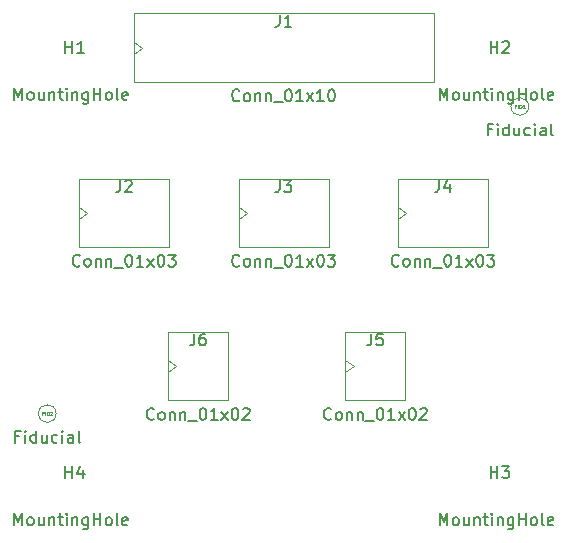
<source format=gbr>
%TF.GenerationSoftware,KiCad,Pcbnew,(6.0.0-rc1-76-g1e8284bc1a)*%
%TF.CreationDate,2022-09-28T09:07:56+05:30*%
%TF.ProjectId,extension_Board,65787465-6e73-4696-9f6e-5f426f617264,rev?*%
%TF.SameCoordinates,Original*%
%TF.FileFunction,AssemblyDrawing,Top*%
%FSLAX46Y46*%
G04 Gerber Fmt 4.6, Leading zero omitted, Abs format (unit mm)*
G04 Created by KiCad (PCBNEW (6.0.0-rc1-76-g1e8284bc1a)) date 2022-09-28 09:07:56*
%MOMM*%
%LPD*%
G01*
G04 APERTURE LIST*
%ADD10C,0.150000*%
%ADD11C,0.050000*%
%ADD12C,0.100000*%
G04 APERTURE END LIST*
D10*
%TO.C,J6*%
X46531904Y-60937142D02*
X46484285Y-60984761D01*
X46341428Y-61032380D01*
X46246190Y-61032380D01*
X46103333Y-60984761D01*
X46008095Y-60889523D01*
X45960476Y-60794285D01*
X45912857Y-60603809D01*
X45912857Y-60460952D01*
X45960476Y-60270476D01*
X46008095Y-60175238D01*
X46103333Y-60080000D01*
X46246190Y-60032380D01*
X46341428Y-60032380D01*
X46484285Y-60080000D01*
X46531904Y-60127619D01*
X47103333Y-61032380D02*
X47008095Y-60984761D01*
X46960476Y-60937142D01*
X46912857Y-60841904D01*
X46912857Y-60556190D01*
X46960476Y-60460952D01*
X47008095Y-60413333D01*
X47103333Y-60365714D01*
X47246190Y-60365714D01*
X47341428Y-60413333D01*
X47389047Y-60460952D01*
X47436666Y-60556190D01*
X47436666Y-60841904D01*
X47389047Y-60937142D01*
X47341428Y-60984761D01*
X47246190Y-61032380D01*
X47103333Y-61032380D01*
X47865238Y-60365714D02*
X47865238Y-61032380D01*
X47865238Y-60460952D02*
X47912857Y-60413333D01*
X48008095Y-60365714D01*
X48150952Y-60365714D01*
X48246190Y-60413333D01*
X48293809Y-60508571D01*
X48293809Y-61032380D01*
X48770000Y-60365714D02*
X48770000Y-61032380D01*
X48770000Y-60460952D02*
X48817619Y-60413333D01*
X48912857Y-60365714D01*
X49055714Y-60365714D01*
X49150952Y-60413333D01*
X49198571Y-60508571D01*
X49198571Y-61032380D01*
X49436666Y-61127619D02*
X50198571Y-61127619D01*
X50627142Y-60032380D02*
X50722380Y-60032380D01*
X50817619Y-60080000D01*
X50865238Y-60127619D01*
X50912857Y-60222857D01*
X50960476Y-60413333D01*
X50960476Y-60651428D01*
X50912857Y-60841904D01*
X50865238Y-60937142D01*
X50817619Y-60984761D01*
X50722380Y-61032380D01*
X50627142Y-61032380D01*
X50531904Y-60984761D01*
X50484285Y-60937142D01*
X50436666Y-60841904D01*
X50389047Y-60651428D01*
X50389047Y-60413333D01*
X50436666Y-60222857D01*
X50484285Y-60127619D01*
X50531904Y-60080000D01*
X50627142Y-60032380D01*
X51912857Y-61032380D02*
X51341428Y-61032380D01*
X51627142Y-61032380D02*
X51627142Y-60032380D01*
X51531904Y-60175238D01*
X51436666Y-60270476D01*
X51341428Y-60318095D01*
X52246190Y-61032380D02*
X52770000Y-60365714D01*
X52246190Y-60365714D02*
X52770000Y-61032380D01*
X53341428Y-60032380D02*
X53436666Y-60032380D01*
X53531904Y-60080000D01*
X53579523Y-60127619D01*
X53627142Y-60222857D01*
X53674761Y-60413333D01*
X53674761Y-60651428D01*
X53627142Y-60841904D01*
X53579523Y-60937142D01*
X53531904Y-60984761D01*
X53436666Y-61032380D01*
X53341428Y-61032380D01*
X53246190Y-60984761D01*
X53198571Y-60937142D01*
X53150952Y-60841904D01*
X53103333Y-60651428D01*
X53103333Y-60413333D01*
X53150952Y-60222857D01*
X53198571Y-60127619D01*
X53246190Y-60080000D01*
X53341428Y-60032380D01*
X54055714Y-60127619D02*
X54103333Y-60080000D01*
X54198571Y-60032380D01*
X54436666Y-60032380D01*
X54531904Y-60080000D01*
X54579523Y-60127619D01*
X54627142Y-60222857D01*
X54627142Y-60318095D01*
X54579523Y-60460952D01*
X54008095Y-61032380D01*
X54627142Y-61032380D01*
X49936666Y-53732380D02*
X49936666Y-54446666D01*
X49889047Y-54589523D01*
X49793809Y-54684761D01*
X49650952Y-54732380D01*
X49555714Y-54732380D01*
X50841428Y-53732380D02*
X50650952Y-53732380D01*
X50555714Y-53780000D01*
X50508095Y-53827619D01*
X50412857Y-53970476D01*
X50365238Y-54160952D01*
X50365238Y-54541904D01*
X50412857Y-54637142D01*
X50460476Y-54684761D01*
X50555714Y-54732380D01*
X50746190Y-54732380D01*
X50841428Y-54684761D01*
X50889047Y-54637142D01*
X50936666Y-54541904D01*
X50936666Y-54303809D01*
X50889047Y-54208571D01*
X50841428Y-54160952D01*
X50746190Y-54113333D01*
X50555714Y-54113333D01*
X50460476Y-54160952D01*
X50412857Y-54208571D01*
X50365238Y-54303809D01*
%TO.C,FID1*%
X75119047Y-36428571D02*
X74785714Y-36428571D01*
X74785714Y-36952380D02*
X74785714Y-35952380D01*
X75261904Y-35952380D01*
X75642857Y-36952380D02*
X75642857Y-36285714D01*
X75642857Y-35952380D02*
X75595238Y-36000000D01*
X75642857Y-36047619D01*
X75690476Y-36000000D01*
X75642857Y-35952380D01*
X75642857Y-36047619D01*
X76547619Y-36952380D02*
X76547619Y-35952380D01*
X76547619Y-36904761D02*
X76452380Y-36952380D01*
X76261904Y-36952380D01*
X76166666Y-36904761D01*
X76119047Y-36857142D01*
X76071428Y-36761904D01*
X76071428Y-36476190D01*
X76119047Y-36380952D01*
X76166666Y-36333333D01*
X76261904Y-36285714D01*
X76452380Y-36285714D01*
X76547619Y-36333333D01*
X77452380Y-36285714D02*
X77452380Y-36952380D01*
X77023809Y-36285714D02*
X77023809Y-36809523D01*
X77071428Y-36904761D01*
X77166666Y-36952380D01*
X77309523Y-36952380D01*
X77404761Y-36904761D01*
X77452380Y-36857142D01*
X78357142Y-36904761D02*
X78261904Y-36952380D01*
X78071428Y-36952380D01*
X77976190Y-36904761D01*
X77928571Y-36857142D01*
X77880952Y-36761904D01*
X77880952Y-36476190D01*
X77928571Y-36380952D01*
X77976190Y-36333333D01*
X78071428Y-36285714D01*
X78261904Y-36285714D01*
X78357142Y-36333333D01*
X78785714Y-36952380D02*
X78785714Y-36285714D01*
X78785714Y-35952380D02*
X78738095Y-36000000D01*
X78785714Y-36047619D01*
X78833333Y-36000000D01*
X78785714Y-35952380D01*
X78785714Y-36047619D01*
X79690476Y-36952380D02*
X79690476Y-36428571D01*
X79642857Y-36333333D01*
X79547619Y-36285714D01*
X79357142Y-36285714D01*
X79261904Y-36333333D01*
X79690476Y-36904761D02*
X79595238Y-36952380D01*
X79357142Y-36952380D01*
X79261904Y-36904761D01*
X79214285Y-36809523D01*
X79214285Y-36714285D01*
X79261904Y-36619047D01*
X79357142Y-36571428D01*
X79595238Y-36571428D01*
X79690476Y-36523809D01*
X80309523Y-36952380D02*
X80214285Y-36904761D01*
X80166666Y-36809523D01*
X80166666Y-35952380D01*
D11*
X77178571Y-34478571D02*
X77078571Y-34478571D01*
X77078571Y-34635714D02*
X77078571Y-34335714D01*
X77221428Y-34335714D01*
X77335714Y-34635714D02*
X77335714Y-34335714D01*
X77478571Y-34635714D02*
X77478571Y-34335714D01*
X77550000Y-34335714D01*
X77592857Y-34350000D01*
X77621428Y-34378571D01*
X77635714Y-34407142D01*
X77650000Y-34464285D01*
X77650000Y-34507142D01*
X77635714Y-34564285D01*
X77621428Y-34592857D01*
X77592857Y-34621428D01*
X77550000Y-34635714D01*
X77478571Y-34635714D01*
X77935714Y-34635714D02*
X77764285Y-34635714D01*
X77850000Y-34635714D02*
X77850000Y-34335714D01*
X77821428Y-34378571D01*
X77792857Y-34407142D01*
X77764285Y-34421428D01*
D10*
%TO.C,H3*%
X70714285Y-69952380D02*
X70714285Y-68952380D01*
X71047619Y-69666666D01*
X71380952Y-68952380D01*
X71380952Y-69952380D01*
X72000000Y-69952380D02*
X71904761Y-69904761D01*
X71857142Y-69857142D01*
X71809523Y-69761904D01*
X71809523Y-69476190D01*
X71857142Y-69380952D01*
X71904761Y-69333333D01*
X72000000Y-69285714D01*
X72142857Y-69285714D01*
X72238095Y-69333333D01*
X72285714Y-69380952D01*
X72333333Y-69476190D01*
X72333333Y-69761904D01*
X72285714Y-69857142D01*
X72238095Y-69904761D01*
X72142857Y-69952380D01*
X72000000Y-69952380D01*
X73190476Y-69285714D02*
X73190476Y-69952380D01*
X72761904Y-69285714D02*
X72761904Y-69809523D01*
X72809523Y-69904761D01*
X72904761Y-69952380D01*
X73047619Y-69952380D01*
X73142857Y-69904761D01*
X73190476Y-69857142D01*
X73666666Y-69285714D02*
X73666666Y-69952380D01*
X73666666Y-69380952D02*
X73714285Y-69333333D01*
X73809523Y-69285714D01*
X73952380Y-69285714D01*
X74047619Y-69333333D01*
X74095238Y-69428571D01*
X74095238Y-69952380D01*
X74428571Y-69285714D02*
X74809523Y-69285714D01*
X74571428Y-68952380D02*
X74571428Y-69809523D01*
X74619047Y-69904761D01*
X74714285Y-69952380D01*
X74809523Y-69952380D01*
X75142857Y-69952380D02*
X75142857Y-69285714D01*
X75142857Y-68952380D02*
X75095238Y-69000000D01*
X75142857Y-69047619D01*
X75190476Y-69000000D01*
X75142857Y-68952380D01*
X75142857Y-69047619D01*
X75619047Y-69285714D02*
X75619047Y-69952380D01*
X75619047Y-69380952D02*
X75666666Y-69333333D01*
X75761904Y-69285714D01*
X75904761Y-69285714D01*
X76000000Y-69333333D01*
X76047619Y-69428571D01*
X76047619Y-69952380D01*
X76952380Y-69285714D02*
X76952380Y-70095238D01*
X76904761Y-70190476D01*
X76857142Y-70238095D01*
X76761904Y-70285714D01*
X76619047Y-70285714D01*
X76523809Y-70238095D01*
X76952380Y-69904761D02*
X76857142Y-69952380D01*
X76666666Y-69952380D01*
X76571428Y-69904761D01*
X76523809Y-69857142D01*
X76476190Y-69761904D01*
X76476190Y-69476190D01*
X76523809Y-69380952D01*
X76571428Y-69333333D01*
X76666666Y-69285714D01*
X76857142Y-69285714D01*
X76952380Y-69333333D01*
X77428571Y-69952380D02*
X77428571Y-68952380D01*
X77428571Y-69428571D02*
X78000000Y-69428571D01*
X78000000Y-69952380D02*
X78000000Y-68952380D01*
X78619047Y-69952380D02*
X78523809Y-69904761D01*
X78476190Y-69857142D01*
X78428571Y-69761904D01*
X78428571Y-69476190D01*
X78476190Y-69380952D01*
X78523809Y-69333333D01*
X78619047Y-69285714D01*
X78761904Y-69285714D01*
X78857142Y-69333333D01*
X78904761Y-69380952D01*
X78952380Y-69476190D01*
X78952380Y-69761904D01*
X78904761Y-69857142D01*
X78857142Y-69904761D01*
X78761904Y-69952380D01*
X78619047Y-69952380D01*
X79523809Y-69952380D02*
X79428571Y-69904761D01*
X79380952Y-69809523D01*
X79380952Y-68952380D01*
X80285714Y-69904761D02*
X80190476Y-69952380D01*
X80000000Y-69952380D01*
X79904761Y-69904761D01*
X79857142Y-69809523D01*
X79857142Y-69428571D01*
X79904761Y-69333333D01*
X80000000Y-69285714D01*
X80190476Y-69285714D01*
X80285714Y-69333333D01*
X80333333Y-69428571D01*
X80333333Y-69523809D01*
X79857142Y-69619047D01*
X75038095Y-65952380D02*
X75038095Y-64952380D01*
X75038095Y-65428571D02*
X75609523Y-65428571D01*
X75609523Y-65952380D02*
X75609523Y-64952380D01*
X75990476Y-64952380D02*
X76609523Y-64952380D01*
X76276190Y-65333333D01*
X76419047Y-65333333D01*
X76514285Y-65380952D01*
X76561904Y-65428571D01*
X76609523Y-65523809D01*
X76609523Y-65761904D01*
X76561904Y-65857142D01*
X76514285Y-65904761D01*
X76419047Y-65952380D01*
X76133333Y-65952380D01*
X76038095Y-65904761D01*
X75990476Y-65857142D01*
%TO.C,J3*%
X53761904Y-47957142D02*
X53714285Y-48004761D01*
X53571428Y-48052380D01*
X53476190Y-48052380D01*
X53333333Y-48004761D01*
X53238095Y-47909523D01*
X53190476Y-47814285D01*
X53142857Y-47623809D01*
X53142857Y-47480952D01*
X53190476Y-47290476D01*
X53238095Y-47195238D01*
X53333333Y-47100000D01*
X53476190Y-47052380D01*
X53571428Y-47052380D01*
X53714285Y-47100000D01*
X53761904Y-47147619D01*
X54333333Y-48052380D02*
X54238095Y-48004761D01*
X54190476Y-47957142D01*
X54142857Y-47861904D01*
X54142857Y-47576190D01*
X54190476Y-47480952D01*
X54238095Y-47433333D01*
X54333333Y-47385714D01*
X54476190Y-47385714D01*
X54571428Y-47433333D01*
X54619047Y-47480952D01*
X54666666Y-47576190D01*
X54666666Y-47861904D01*
X54619047Y-47957142D01*
X54571428Y-48004761D01*
X54476190Y-48052380D01*
X54333333Y-48052380D01*
X55095238Y-47385714D02*
X55095238Y-48052380D01*
X55095238Y-47480952D02*
X55142857Y-47433333D01*
X55238095Y-47385714D01*
X55380952Y-47385714D01*
X55476190Y-47433333D01*
X55523809Y-47528571D01*
X55523809Y-48052380D01*
X56000000Y-47385714D02*
X56000000Y-48052380D01*
X56000000Y-47480952D02*
X56047619Y-47433333D01*
X56142857Y-47385714D01*
X56285714Y-47385714D01*
X56380952Y-47433333D01*
X56428571Y-47528571D01*
X56428571Y-48052380D01*
X56666666Y-48147619D02*
X57428571Y-48147619D01*
X57857142Y-47052380D02*
X57952380Y-47052380D01*
X58047619Y-47100000D01*
X58095238Y-47147619D01*
X58142857Y-47242857D01*
X58190476Y-47433333D01*
X58190476Y-47671428D01*
X58142857Y-47861904D01*
X58095238Y-47957142D01*
X58047619Y-48004761D01*
X57952380Y-48052380D01*
X57857142Y-48052380D01*
X57761904Y-48004761D01*
X57714285Y-47957142D01*
X57666666Y-47861904D01*
X57619047Y-47671428D01*
X57619047Y-47433333D01*
X57666666Y-47242857D01*
X57714285Y-47147619D01*
X57761904Y-47100000D01*
X57857142Y-47052380D01*
X59142857Y-48052380D02*
X58571428Y-48052380D01*
X58857142Y-48052380D02*
X58857142Y-47052380D01*
X58761904Y-47195238D01*
X58666666Y-47290476D01*
X58571428Y-47338095D01*
X59476190Y-48052380D02*
X60000000Y-47385714D01*
X59476190Y-47385714D02*
X60000000Y-48052380D01*
X60571428Y-47052380D02*
X60666666Y-47052380D01*
X60761904Y-47100000D01*
X60809523Y-47147619D01*
X60857142Y-47242857D01*
X60904761Y-47433333D01*
X60904761Y-47671428D01*
X60857142Y-47861904D01*
X60809523Y-47957142D01*
X60761904Y-48004761D01*
X60666666Y-48052380D01*
X60571428Y-48052380D01*
X60476190Y-48004761D01*
X60428571Y-47957142D01*
X60380952Y-47861904D01*
X60333333Y-47671428D01*
X60333333Y-47433333D01*
X60380952Y-47242857D01*
X60428571Y-47147619D01*
X60476190Y-47100000D01*
X60571428Y-47052380D01*
X61238095Y-47052380D02*
X61857142Y-47052380D01*
X61523809Y-47433333D01*
X61666666Y-47433333D01*
X61761904Y-47480952D01*
X61809523Y-47528571D01*
X61857142Y-47623809D01*
X61857142Y-47861904D01*
X61809523Y-47957142D01*
X61761904Y-48004761D01*
X61666666Y-48052380D01*
X61380952Y-48052380D01*
X61285714Y-48004761D01*
X61238095Y-47957142D01*
X57166666Y-40752380D02*
X57166666Y-41466666D01*
X57119047Y-41609523D01*
X57023809Y-41704761D01*
X56880952Y-41752380D01*
X56785714Y-41752380D01*
X57547619Y-40752380D02*
X58166666Y-40752380D01*
X57833333Y-41133333D01*
X57976190Y-41133333D01*
X58071428Y-41180952D01*
X58119047Y-41228571D01*
X58166666Y-41323809D01*
X58166666Y-41561904D01*
X58119047Y-41657142D01*
X58071428Y-41704761D01*
X57976190Y-41752380D01*
X57690476Y-41752380D01*
X57595238Y-41704761D01*
X57547619Y-41657142D01*
%TO.C,H2*%
X70714285Y-33952380D02*
X70714285Y-32952380D01*
X71047619Y-33666666D01*
X71380952Y-32952380D01*
X71380952Y-33952380D01*
X72000000Y-33952380D02*
X71904761Y-33904761D01*
X71857142Y-33857142D01*
X71809523Y-33761904D01*
X71809523Y-33476190D01*
X71857142Y-33380952D01*
X71904761Y-33333333D01*
X72000000Y-33285714D01*
X72142857Y-33285714D01*
X72238095Y-33333333D01*
X72285714Y-33380952D01*
X72333333Y-33476190D01*
X72333333Y-33761904D01*
X72285714Y-33857142D01*
X72238095Y-33904761D01*
X72142857Y-33952380D01*
X72000000Y-33952380D01*
X73190476Y-33285714D02*
X73190476Y-33952380D01*
X72761904Y-33285714D02*
X72761904Y-33809523D01*
X72809523Y-33904761D01*
X72904761Y-33952380D01*
X73047619Y-33952380D01*
X73142857Y-33904761D01*
X73190476Y-33857142D01*
X73666666Y-33285714D02*
X73666666Y-33952380D01*
X73666666Y-33380952D02*
X73714285Y-33333333D01*
X73809523Y-33285714D01*
X73952380Y-33285714D01*
X74047619Y-33333333D01*
X74095238Y-33428571D01*
X74095238Y-33952380D01*
X74428571Y-33285714D02*
X74809523Y-33285714D01*
X74571428Y-32952380D02*
X74571428Y-33809523D01*
X74619047Y-33904761D01*
X74714285Y-33952380D01*
X74809523Y-33952380D01*
X75142857Y-33952380D02*
X75142857Y-33285714D01*
X75142857Y-32952380D02*
X75095238Y-33000000D01*
X75142857Y-33047619D01*
X75190476Y-33000000D01*
X75142857Y-32952380D01*
X75142857Y-33047619D01*
X75619047Y-33285714D02*
X75619047Y-33952380D01*
X75619047Y-33380952D02*
X75666666Y-33333333D01*
X75761904Y-33285714D01*
X75904761Y-33285714D01*
X76000000Y-33333333D01*
X76047619Y-33428571D01*
X76047619Y-33952380D01*
X76952380Y-33285714D02*
X76952380Y-34095238D01*
X76904761Y-34190476D01*
X76857142Y-34238095D01*
X76761904Y-34285714D01*
X76619047Y-34285714D01*
X76523809Y-34238095D01*
X76952380Y-33904761D02*
X76857142Y-33952380D01*
X76666666Y-33952380D01*
X76571428Y-33904761D01*
X76523809Y-33857142D01*
X76476190Y-33761904D01*
X76476190Y-33476190D01*
X76523809Y-33380952D01*
X76571428Y-33333333D01*
X76666666Y-33285714D01*
X76857142Y-33285714D01*
X76952380Y-33333333D01*
X77428571Y-33952380D02*
X77428571Y-32952380D01*
X77428571Y-33428571D02*
X78000000Y-33428571D01*
X78000000Y-33952380D02*
X78000000Y-32952380D01*
X78619047Y-33952380D02*
X78523809Y-33904761D01*
X78476190Y-33857142D01*
X78428571Y-33761904D01*
X78428571Y-33476190D01*
X78476190Y-33380952D01*
X78523809Y-33333333D01*
X78619047Y-33285714D01*
X78761904Y-33285714D01*
X78857142Y-33333333D01*
X78904761Y-33380952D01*
X78952380Y-33476190D01*
X78952380Y-33761904D01*
X78904761Y-33857142D01*
X78857142Y-33904761D01*
X78761904Y-33952380D01*
X78619047Y-33952380D01*
X79523809Y-33952380D02*
X79428571Y-33904761D01*
X79380952Y-33809523D01*
X79380952Y-32952380D01*
X80285714Y-33904761D02*
X80190476Y-33952380D01*
X80000000Y-33952380D01*
X79904761Y-33904761D01*
X79857142Y-33809523D01*
X79857142Y-33428571D01*
X79904761Y-33333333D01*
X80000000Y-33285714D01*
X80190476Y-33285714D01*
X80285714Y-33333333D01*
X80333333Y-33428571D01*
X80333333Y-33523809D01*
X79857142Y-33619047D01*
X75038095Y-29952380D02*
X75038095Y-28952380D01*
X75038095Y-29428571D02*
X75609523Y-29428571D01*
X75609523Y-29952380D02*
X75609523Y-28952380D01*
X76038095Y-29047619D02*
X76085714Y-29000000D01*
X76180952Y-28952380D01*
X76419047Y-28952380D01*
X76514285Y-29000000D01*
X76561904Y-29047619D01*
X76609523Y-29142857D01*
X76609523Y-29238095D01*
X76561904Y-29380952D01*
X75990476Y-29952380D01*
X76609523Y-29952380D01*
%TO.C,J4*%
X67261904Y-47957142D02*
X67214285Y-48004761D01*
X67071428Y-48052380D01*
X66976190Y-48052380D01*
X66833333Y-48004761D01*
X66738095Y-47909523D01*
X66690476Y-47814285D01*
X66642857Y-47623809D01*
X66642857Y-47480952D01*
X66690476Y-47290476D01*
X66738095Y-47195238D01*
X66833333Y-47100000D01*
X66976190Y-47052380D01*
X67071428Y-47052380D01*
X67214285Y-47100000D01*
X67261904Y-47147619D01*
X67833333Y-48052380D02*
X67738095Y-48004761D01*
X67690476Y-47957142D01*
X67642857Y-47861904D01*
X67642857Y-47576190D01*
X67690476Y-47480952D01*
X67738095Y-47433333D01*
X67833333Y-47385714D01*
X67976190Y-47385714D01*
X68071428Y-47433333D01*
X68119047Y-47480952D01*
X68166666Y-47576190D01*
X68166666Y-47861904D01*
X68119047Y-47957142D01*
X68071428Y-48004761D01*
X67976190Y-48052380D01*
X67833333Y-48052380D01*
X68595238Y-47385714D02*
X68595238Y-48052380D01*
X68595238Y-47480952D02*
X68642857Y-47433333D01*
X68738095Y-47385714D01*
X68880952Y-47385714D01*
X68976190Y-47433333D01*
X69023809Y-47528571D01*
X69023809Y-48052380D01*
X69500000Y-47385714D02*
X69500000Y-48052380D01*
X69500000Y-47480952D02*
X69547619Y-47433333D01*
X69642857Y-47385714D01*
X69785714Y-47385714D01*
X69880952Y-47433333D01*
X69928571Y-47528571D01*
X69928571Y-48052380D01*
X70166666Y-48147619D02*
X70928571Y-48147619D01*
X71357142Y-47052380D02*
X71452380Y-47052380D01*
X71547619Y-47100000D01*
X71595238Y-47147619D01*
X71642857Y-47242857D01*
X71690476Y-47433333D01*
X71690476Y-47671428D01*
X71642857Y-47861904D01*
X71595238Y-47957142D01*
X71547619Y-48004761D01*
X71452380Y-48052380D01*
X71357142Y-48052380D01*
X71261904Y-48004761D01*
X71214285Y-47957142D01*
X71166666Y-47861904D01*
X71119047Y-47671428D01*
X71119047Y-47433333D01*
X71166666Y-47242857D01*
X71214285Y-47147619D01*
X71261904Y-47100000D01*
X71357142Y-47052380D01*
X72642857Y-48052380D02*
X72071428Y-48052380D01*
X72357142Y-48052380D02*
X72357142Y-47052380D01*
X72261904Y-47195238D01*
X72166666Y-47290476D01*
X72071428Y-47338095D01*
X72976190Y-48052380D02*
X73500000Y-47385714D01*
X72976190Y-47385714D02*
X73500000Y-48052380D01*
X74071428Y-47052380D02*
X74166666Y-47052380D01*
X74261904Y-47100000D01*
X74309523Y-47147619D01*
X74357142Y-47242857D01*
X74404761Y-47433333D01*
X74404761Y-47671428D01*
X74357142Y-47861904D01*
X74309523Y-47957142D01*
X74261904Y-48004761D01*
X74166666Y-48052380D01*
X74071428Y-48052380D01*
X73976190Y-48004761D01*
X73928571Y-47957142D01*
X73880952Y-47861904D01*
X73833333Y-47671428D01*
X73833333Y-47433333D01*
X73880952Y-47242857D01*
X73928571Y-47147619D01*
X73976190Y-47100000D01*
X74071428Y-47052380D01*
X74738095Y-47052380D02*
X75357142Y-47052380D01*
X75023809Y-47433333D01*
X75166666Y-47433333D01*
X75261904Y-47480952D01*
X75309523Y-47528571D01*
X75357142Y-47623809D01*
X75357142Y-47861904D01*
X75309523Y-47957142D01*
X75261904Y-48004761D01*
X75166666Y-48052380D01*
X74880952Y-48052380D01*
X74785714Y-48004761D01*
X74738095Y-47957142D01*
X70666666Y-40752380D02*
X70666666Y-41466666D01*
X70619047Y-41609523D01*
X70523809Y-41704761D01*
X70380952Y-41752380D01*
X70285714Y-41752380D01*
X71571428Y-41085714D02*
X71571428Y-41752380D01*
X71333333Y-40704761D02*
X71095238Y-41419047D01*
X71714285Y-41419047D01*
%TO.C,J5*%
X61531904Y-60937142D02*
X61484285Y-60984761D01*
X61341428Y-61032380D01*
X61246190Y-61032380D01*
X61103333Y-60984761D01*
X61008095Y-60889523D01*
X60960476Y-60794285D01*
X60912857Y-60603809D01*
X60912857Y-60460952D01*
X60960476Y-60270476D01*
X61008095Y-60175238D01*
X61103333Y-60080000D01*
X61246190Y-60032380D01*
X61341428Y-60032380D01*
X61484285Y-60080000D01*
X61531904Y-60127619D01*
X62103333Y-61032380D02*
X62008095Y-60984761D01*
X61960476Y-60937142D01*
X61912857Y-60841904D01*
X61912857Y-60556190D01*
X61960476Y-60460952D01*
X62008095Y-60413333D01*
X62103333Y-60365714D01*
X62246190Y-60365714D01*
X62341428Y-60413333D01*
X62389047Y-60460952D01*
X62436666Y-60556190D01*
X62436666Y-60841904D01*
X62389047Y-60937142D01*
X62341428Y-60984761D01*
X62246190Y-61032380D01*
X62103333Y-61032380D01*
X62865238Y-60365714D02*
X62865238Y-61032380D01*
X62865238Y-60460952D02*
X62912857Y-60413333D01*
X63008095Y-60365714D01*
X63150952Y-60365714D01*
X63246190Y-60413333D01*
X63293809Y-60508571D01*
X63293809Y-61032380D01*
X63770000Y-60365714D02*
X63770000Y-61032380D01*
X63770000Y-60460952D02*
X63817619Y-60413333D01*
X63912857Y-60365714D01*
X64055714Y-60365714D01*
X64150952Y-60413333D01*
X64198571Y-60508571D01*
X64198571Y-61032380D01*
X64436666Y-61127619D02*
X65198571Y-61127619D01*
X65627142Y-60032380D02*
X65722380Y-60032380D01*
X65817619Y-60080000D01*
X65865238Y-60127619D01*
X65912857Y-60222857D01*
X65960476Y-60413333D01*
X65960476Y-60651428D01*
X65912857Y-60841904D01*
X65865238Y-60937142D01*
X65817619Y-60984761D01*
X65722380Y-61032380D01*
X65627142Y-61032380D01*
X65531904Y-60984761D01*
X65484285Y-60937142D01*
X65436666Y-60841904D01*
X65389047Y-60651428D01*
X65389047Y-60413333D01*
X65436666Y-60222857D01*
X65484285Y-60127619D01*
X65531904Y-60080000D01*
X65627142Y-60032380D01*
X66912857Y-61032380D02*
X66341428Y-61032380D01*
X66627142Y-61032380D02*
X66627142Y-60032380D01*
X66531904Y-60175238D01*
X66436666Y-60270476D01*
X66341428Y-60318095D01*
X67246190Y-61032380D02*
X67770000Y-60365714D01*
X67246190Y-60365714D02*
X67770000Y-61032380D01*
X68341428Y-60032380D02*
X68436666Y-60032380D01*
X68531904Y-60080000D01*
X68579523Y-60127619D01*
X68627142Y-60222857D01*
X68674761Y-60413333D01*
X68674761Y-60651428D01*
X68627142Y-60841904D01*
X68579523Y-60937142D01*
X68531904Y-60984761D01*
X68436666Y-61032380D01*
X68341428Y-61032380D01*
X68246190Y-60984761D01*
X68198571Y-60937142D01*
X68150952Y-60841904D01*
X68103333Y-60651428D01*
X68103333Y-60413333D01*
X68150952Y-60222857D01*
X68198571Y-60127619D01*
X68246190Y-60080000D01*
X68341428Y-60032380D01*
X69055714Y-60127619D02*
X69103333Y-60080000D01*
X69198571Y-60032380D01*
X69436666Y-60032380D01*
X69531904Y-60080000D01*
X69579523Y-60127619D01*
X69627142Y-60222857D01*
X69627142Y-60318095D01*
X69579523Y-60460952D01*
X69008095Y-61032380D01*
X69627142Y-61032380D01*
X64936666Y-53732380D02*
X64936666Y-54446666D01*
X64889047Y-54589523D01*
X64793809Y-54684761D01*
X64650952Y-54732380D01*
X64555714Y-54732380D01*
X65889047Y-53732380D02*
X65412857Y-53732380D01*
X65365238Y-54208571D01*
X65412857Y-54160952D01*
X65508095Y-54113333D01*
X65746190Y-54113333D01*
X65841428Y-54160952D01*
X65889047Y-54208571D01*
X65936666Y-54303809D01*
X65936666Y-54541904D01*
X65889047Y-54637142D01*
X65841428Y-54684761D01*
X65746190Y-54732380D01*
X65508095Y-54732380D01*
X65412857Y-54684761D01*
X65365238Y-54637142D01*
%TO.C,H4*%
X34714285Y-69952380D02*
X34714285Y-68952380D01*
X35047619Y-69666666D01*
X35380952Y-68952380D01*
X35380952Y-69952380D01*
X36000000Y-69952380D02*
X35904761Y-69904761D01*
X35857142Y-69857142D01*
X35809523Y-69761904D01*
X35809523Y-69476190D01*
X35857142Y-69380952D01*
X35904761Y-69333333D01*
X36000000Y-69285714D01*
X36142857Y-69285714D01*
X36238095Y-69333333D01*
X36285714Y-69380952D01*
X36333333Y-69476190D01*
X36333333Y-69761904D01*
X36285714Y-69857142D01*
X36238095Y-69904761D01*
X36142857Y-69952380D01*
X36000000Y-69952380D01*
X37190476Y-69285714D02*
X37190476Y-69952380D01*
X36761904Y-69285714D02*
X36761904Y-69809523D01*
X36809523Y-69904761D01*
X36904761Y-69952380D01*
X37047619Y-69952380D01*
X37142857Y-69904761D01*
X37190476Y-69857142D01*
X37666666Y-69285714D02*
X37666666Y-69952380D01*
X37666666Y-69380952D02*
X37714285Y-69333333D01*
X37809523Y-69285714D01*
X37952380Y-69285714D01*
X38047619Y-69333333D01*
X38095238Y-69428571D01*
X38095238Y-69952380D01*
X38428571Y-69285714D02*
X38809523Y-69285714D01*
X38571428Y-68952380D02*
X38571428Y-69809523D01*
X38619047Y-69904761D01*
X38714285Y-69952380D01*
X38809523Y-69952380D01*
X39142857Y-69952380D02*
X39142857Y-69285714D01*
X39142857Y-68952380D02*
X39095238Y-69000000D01*
X39142857Y-69047619D01*
X39190476Y-69000000D01*
X39142857Y-68952380D01*
X39142857Y-69047619D01*
X39619047Y-69285714D02*
X39619047Y-69952380D01*
X39619047Y-69380952D02*
X39666666Y-69333333D01*
X39761904Y-69285714D01*
X39904761Y-69285714D01*
X40000000Y-69333333D01*
X40047619Y-69428571D01*
X40047619Y-69952380D01*
X40952380Y-69285714D02*
X40952380Y-70095238D01*
X40904761Y-70190476D01*
X40857142Y-70238095D01*
X40761904Y-70285714D01*
X40619047Y-70285714D01*
X40523809Y-70238095D01*
X40952380Y-69904761D02*
X40857142Y-69952380D01*
X40666666Y-69952380D01*
X40571428Y-69904761D01*
X40523809Y-69857142D01*
X40476190Y-69761904D01*
X40476190Y-69476190D01*
X40523809Y-69380952D01*
X40571428Y-69333333D01*
X40666666Y-69285714D01*
X40857142Y-69285714D01*
X40952380Y-69333333D01*
X41428571Y-69952380D02*
X41428571Y-68952380D01*
X41428571Y-69428571D02*
X42000000Y-69428571D01*
X42000000Y-69952380D02*
X42000000Y-68952380D01*
X42619047Y-69952380D02*
X42523809Y-69904761D01*
X42476190Y-69857142D01*
X42428571Y-69761904D01*
X42428571Y-69476190D01*
X42476190Y-69380952D01*
X42523809Y-69333333D01*
X42619047Y-69285714D01*
X42761904Y-69285714D01*
X42857142Y-69333333D01*
X42904761Y-69380952D01*
X42952380Y-69476190D01*
X42952380Y-69761904D01*
X42904761Y-69857142D01*
X42857142Y-69904761D01*
X42761904Y-69952380D01*
X42619047Y-69952380D01*
X43523809Y-69952380D02*
X43428571Y-69904761D01*
X43380952Y-69809523D01*
X43380952Y-68952380D01*
X44285714Y-69904761D02*
X44190476Y-69952380D01*
X44000000Y-69952380D01*
X43904761Y-69904761D01*
X43857142Y-69809523D01*
X43857142Y-69428571D01*
X43904761Y-69333333D01*
X44000000Y-69285714D01*
X44190476Y-69285714D01*
X44285714Y-69333333D01*
X44333333Y-69428571D01*
X44333333Y-69523809D01*
X43857142Y-69619047D01*
X39038095Y-65952380D02*
X39038095Y-64952380D01*
X39038095Y-65428571D02*
X39609523Y-65428571D01*
X39609523Y-65952380D02*
X39609523Y-64952380D01*
X40514285Y-65285714D02*
X40514285Y-65952380D01*
X40276190Y-64904761D02*
X40038095Y-65619047D01*
X40657142Y-65619047D01*
%TO.C,H1*%
X34714285Y-33952380D02*
X34714285Y-32952380D01*
X35047619Y-33666666D01*
X35380952Y-32952380D01*
X35380952Y-33952380D01*
X36000000Y-33952380D02*
X35904761Y-33904761D01*
X35857142Y-33857142D01*
X35809523Y-33761904D01*
X35809523Y-33476190D01*
X35857142Y-33380952D01*
X35904761Y-33333333D01*
X36000000Y-33285714D01*
X36142857Y-33285714D01*
X36238095Y-33333333D01*
X36285714Y-33380952D01*
X36333333Y-33476190D01*
X36333333Y-33761904D01*
X36285714Y-33857142D01*
X36238095Y-33904761D01*
X36142857Y-33952380D01*
X36000000Y-33952380D01*
X37190476Y-33285714D02*
X37190476Y-33952380D01*
X36761904Y-33285714D02*
X36761904Y-33809523D01*
X36809523Y-33904761D01*
X36904761Y-33952380D01*
X37047619Y-33952380D01*
X37142857Y-33904761D01*
X37190476Y-33857142D01*
X37666666Y-33285714D02*
X37666666Y-33952380D01*
X37666666Y-33380952D02*
X37714285Y-33333333D01*
X37809523Y-33285714D01*
X37952380Y-33285714D01*
X38047619Y-33333333D01*
X38095238Y-33428571D01*
X38095238Y-33952380D01*
X38428571Y-33285714D02*
X38809523Y-33285714D01*
X38571428Y-32952380D02*
X38571428Y-33809523D01*
X38619047Y-33904761D01*
X38714285Y-33952380D01*
X38809523Y-33952380D01*
X39142857Y-33952380D02*
X39142857Y-33285714D01*
X39142857Y-32952380D02*
X39095238Y-33000000D01*
X39142857Y-33047619D01*
X39190476Y-33000000D01*
X39142857Y-32952380D01*
X39142857Y-33047619D01*
X39619047Y-33285714D02*
X39619047Y-33952380D01*
X39619047Y-33380952D02*
X39666666Y-33333333D01*
X39761904Y-33285714D01*
X39904761Y-33285714D01*
X40000000Y-33333333D01*
X40047619Y-33428571D01*
X40047619Y-33952380D01*
X40952380Y-33285714D02*
X40952380Y-34095238D01*
X40904761Y-34190476D01*
X40857142Y-34238095D01*
X40761904Y-34285714D01*
X40619047Y-34285714D01*
X40523809Y-34238095D01*
X40952380Y-33904761D02*
X40857142Y-33952380D01*
X40666666Y-33952380D01*
X40571428Y-33904761D01*
X40523809Y-33857142D01*
X40476190Y-33761904D01*
X40476190Y-33476190D01*
X40523809Y-33380952D01*
X40571428Y-33333333D01*
X40666666Y-33285714D01*
X40857142Y-33285714D01*
X40952380Y-33333333D01*
X41428571Y-33952380D02*
X41428571Y-32952380D01*
X41428571Y-33428571D02*
X42000000Y-33428571D01*
X42000000Y-33952380D02*
X42000000Y-32952380D01*
X42619047Y-33952380D02*
X42523809Y-33904761D01*
X42476190Y-33857142D01*
X42428571Y-33761904D01*
X42428571Y-33476190D01*
X42476190Y-33380952D01*
X42523809Y-33333333D01*
X42619047Y-33285714D01*
X42761904Y-33285714D01*
X42857142Y-33333333D01*
X42904761Y-33380952D01*
X42952380Y-33476190D01*
X42952380Y-33761904D01*
X42904761Y-33857142D01*
X42857142Y-33904761D01*
X42761904Y-33952380D01*
X42619047Y-33952380D01*
X43523809Y-33952380D02*
X43428571Y-33904761D01*
X43380952Y-33809523D01*
X43380952Y-32952380D01*
X44285714Y-33904761D02*
X44190476Y-33952380D01*
X44000000Y-33952380D01*
X43904761Y-33904761D01*
X43857142Y-33809523D01*
X43857142Y-33428571D01*
X43904761Y-33333333D01*
X44000000Y-33285714D01*
X44190476Y-33285714D01*
X44285714Y-33333333D01*
X44333333Y-33428571D01*
X44333333Y-33523809D01*
X43857142Y-33619047D01*
X39038095Y-29952380D02*
X39038095Y-28952380D01*
X39038095Y-29428571D02*
X39609523Y-29428571D01*
X39609523Y-29952380D02*
X39609523Y-28952380D01*
X40609523Y-29952380D02*
X40038095Y-29952380D01*
X40323809Y-29952380D02*
X40323809Y-28952380D01*
X40228571Y-29095238D01*
X40133333Y-29190476D01*
X40038095Y-29238095D01*
%TO.C,J2*%
X40261904Y-47957142D02*
X40214285Y-48004761D01*
X40071428Y-48052380D01*
X39976190Y-48052380D01*
X39833333Y-48004761D01*
X39738095Y-47909523D01*
X39690476Y-47814285D01*
X39642857Y-47623809D01*
X39642857Y-47480952D01*
X39690476Y-47290476D01*
X39738095Y-47195238D01*
X39833333Y-47100000D01*
X39976190Y-47052380D01*
X40071428Y-47052380D01*
X40214285Y-47100000D01*
X40261904Y-47147619D01*
X40833333Y-48052380D02*
X40738095Y-48004761D01*
X40690476Y-47957142D01*
X40642857Y-47861904D01*
X40642857Y-47576190D01*
X40690476Y-47480952D01*
X40738095Y-47433333D01*
X40833333Y-47385714D01*
X40976190Y-47385714D01*
X41071428Y-47433333D01*
X41119047Y-47480952D01*
X41166666Y-47576190D01*
X41166666Y-47861904D01*
X41119047Y-47957142D01*
X41071428Y-48004761D01*
X40976190Y-48052380D01*
X40833333Y-48052380D01*
X41595238Y-47385714D02*
X41595238Y-48052380D01*
X41595238Y-47480952D02*
X41642857Y-47433333D01*
X41738095Y-47385714D01*
X41880952Y-47385714D01*
X41976190Y-47433333D01*
X42023809Y-47528571D01*
X42023809Y-48052380D01*
X42500000Y-47385714D02*
X42500000Y-48052380D01*
X42500000Y-47480952D02*
X42547619Y-47433333D01*
X42642857Y-47385714D01*
X42785714Y-47385714D01*
X42880952Y-47433333D01*
X42928571Y-47528571D01*
X42928571Y-48052380D01*
X43166666Y-48147619D02*
X43928571Y-48147619D01*
X44357142Y-47052380D02*
X44452380Y-47052380D01*
X44547619Y-47100000D01*
X44595238Y-47147619D01*
X44642857Y-47242857D01*
X44690476Y-47433333D01*
X44690476Y-47671428D01*
X44642857Y-47861904D01*
X44595238Y-47957142D01*
X44547619Y-48004761D01*
X44452380Y-48052380D01*
X44357142Y-48052380D01*
X44261904Y-48004761D01*
X44214285Y-47957142D01*
X44166666Y-47861904D01*
X44119047Y-47671428D01*
X44119047Y-47433333D01*
X44166666Y-47242857D01*
X44214285Y-47147619D01*
X44261904Y-47100000D01*
X44357142Y-47052380D01*
X45642857Y-48052380D02*
X45071428Y-48052380D01*
X45357142Y-48052380D02*
X45357142Y-47052380D01*
X45261904Y-47195238D01*
X45166666Y-47290476D01*
X45071428Y-47338095D01*
X45976190Y-48052380D02*
X46500000Y-47385714D01*
X45976190Y-47385714D02*
X46500000Y-48052380D01*
X47071428Y-47052380D02*
X47166666Y-47052380D01*
X47261904Y-47100000D01*
X47309523Y-47147619D01*
X47357142Y-47242857D01*
X47404761Y-47433333D01*
X47404761Y-47671428D01*
X47357142Y-47861904D01*
X47309523Y-47957142D01*
X47261904Y-48004761D01*
X47166666Y-48052380D01*
X47071428Y-48052380D01*
X46976190Y-48004761D01*
X46928571Y-47957142D01*
X46880952Y-47861904D01*
X46833333Y-47671428D01*
X46833333Y-47433333D01*
X46880952Y-47242857D01*
X46928571Y-47147619D01*
X46976190Y-47100000D01*
X47071428Y-47052380D01*
X47738095Y-47052380D02*
X48357142Y-47052380D01*
X48023809Y-47433333D01*
X48166666Y-47433333D01*
X48261904Y-47480952D01*
X48309523Y-47528571D01*
X48357142Y-47623809D01*
X48357142Y-47861904D01*
X48309523Y-47957142D01*
X48261904Y-48004761D01*
X48166666Y-48052380D01*
X47880952Y-48052380D01*
X47785714Y-48004761D01*
X47738095Y-47957142D01*
X43666666Y-40752380D02*
X43666666Y-41466666D01*
X43619047Y-41609523D01*
X43523809Y-41704761D01*
X43380952Y-41752380D01*
X43285714Y-41752380D01*
X44095238Y-40847619D02*
X44142857Y-40800000D01*
X44238095Y-40752380D01*
X44476190Y-40752380D01*
X44571428Y-40800000D01*
X44619047Y-40847619D01*
X44666666Y-40942857D01*
X44666666Y-41038095D01*
X44619047Y-41180952D01*
X44047619Y-41752380D01*
X44666666Y-41752380D01*
%TO.C,FID2*%
X35119047Y-62428571D02*
X34785714Y-62428571D01*
X34785714Y-62952380D02*
X34785714Y-61952380D01*
X35261904Y-61952380D01*
X35642857Y-62952380D02*
X35642857Y-62285714D01*
X35642857Y-61952380D02*
X35595238Y-62000000D01*
X35642857Y-62047619D01*
X35690476Y-62000000D01*
X35642857Y-61952380D01*
X35642857Y-62047619D01*
X36547619Y-62952380D02*
X36547619Y-61952380D01*
X36547619Y-62904761D02*
X36452380Y-62952380D01*
X36261904Y-62952380D01*
X36166666Y-62904761D01*
X36119047Y-62857142D01*
X36071428Y-62761904D01*
X36071428Y-62476190D01*
X36119047Y-62380952D01*
X36166666Y-62333333D01*
X36261904Y-62285714D01*
X36452380Y-62285714D01*
X36547619Y-62333333D01*
X37452380Y-62285714D02*
X37452380Y-62952380D01*
X37023809Y-62285714D02*
X37023809Y-62809523D01*
X37071428Y-62904761D01*
X37166666Y-62952380D01*
X37309523Y-62952380D01*
X37404761Y-62904761D01*
X37452380Y-62857142D01*
X38357142Y-62904761D02*
X38261904Y-62952380D01*
X38071428Y-62952380D01*
X37976190Y-62904761D01*
X37928571Y-62857142D01*
X37880952Y-62761904D01*
X37880952Y-62476190D01*
X37928571Y-62380952D01*
X37976190Y-62333333D01*
X38071428Y-62285714D01*
X38261904Y-62285714D01*
X38357142Y-62333333D01*
X38785714Y-62952380D02*
X38785714Y-62285714D01*
X38785714Y-61952380D02*
X38738095Y-62000000D01*
X38785714Y-62047619D01*
X38833333Y-62000000D01*
X38785714Y-61952380D01*
X38785714Y-62047619D01*
X39690476Y-62952380D02*
X39690476Y-62428571D01*
X39642857Y-62333333D01*
X39547619Y-62285714D01*
X39357142Y-62285714D01*
X39261904Y-62333333D01*
X39690476Y-62904761D02*
X39595238Y-62952380D01*
X39357142Y-62952380D01*
X39261904Y-62904761D01*
X39214285Y-62809523D01*
X39214285Y-62714285D01*
X39261904Y-62619047D01*
X39357142Y-62571428D01*
X39595238Y-62571428D01*
X39690476Y-62523809D01*
X40309523Y-62952380D02*
X40214285Y-62904761D01*
X40166666Y-62809523D01*
X40166666Y-61952380D01*
D11*
X37178571Y-60478571D02*
X37078571Y-60478571D01*
X37078571Y-60635714D02*
X37078571Y-60335714D01*
X37221428Y-60335714D01*
X37335714Y-60635714D02*
X37335714Y-60335714D01*
X37478571Y-60635714D02*
X37478571Y-60335714D01*
X37550000Y-60335714D01*
X37592857Y-60350000D01*
X37621428Y-60378571D01*
X37635714Y-60407142D01*
X37650000Y-60464285D01*
X37650000Y-60507142D01*
X37635714Y-60564285D01*
X37621428Y-60592857D01*
X37592857Y-60621428D01*
X37550000Y-60635714D01*
X37478571Y-60635714D01*
X37764285Y-60364285D02*
X37778571Y-60350000D01*
X37807142Y-60335714D01*
X37878571Y-60335714D01*
X37907142Y-60350000D01*
X37921428Y-60364285D01*
X37935714Y-60392857D01*
X37935714Y-60421428D01*
X37921428Y-60464285D01*
X37750000Y-60635714D01*
X37935714Y-60635714D01*
D10*
%TO.C,J1*%
X53761904Y-33957142D02*
X53714285Y-34004761D01*
X53571428Y-34052380D01*
X53476190Y-34052380D01*
X53333333Y-34004761D01*
X53238095Y-33909523D01*
X53190476Y-33814285D01*
X53142857Y-33623809D01*
X53142857Y-33480952D01*
X53190476Y-33290476D01*
X53238095Y-33195238D01*
X53333333Y-33100000D01*
X53476190Y-33052380D01*
X53571428Y-33052380D01*
X53714285Y-33100000D01*
X53761904Y-33147619D01*
X54333333Y-34052380D02*
X54238095Y-34004761D01*
X54190476Y-33957142D01*
X54142857Y-33861904D01*
X54142857Y-33576190D01*
X54190476Y-33480952D01*
X54238095Y-33433333D01*
X54333333Y-33385714D01*
X54476190Y-33385714D01*
X54571428Y-33433333D01*
X54619047Y-33480952D01*
X54666666Y-33576190D01*
X54666666Y-33861904D01*
X54619047Y-33957142D01*
X54571428Y-34004761D01*
X54476190Y-34052380D01*
X54333333Y-34052380D01*
X55095238Y-33385714D02*
X55095238Y-34052380D01*
X55095238Y-33480952D02*
X55142857Y-33433333D01*
X55238095Y-33385714D01*
X55380952Y-33385714D01*
X55476190Y-33433333D01*
X55523809Y-33528571D01*
X55523809Y-34052380D01*
X56000000Y-33385714D02*
X56000000Y-34052380D01*
X56000000Y-33480952D02*
X56047619Y-33433333D01*
X56142857Y-33385714D01*
X56285714Y-33385714D01*
X56380952Y-33433333D01*
X56428571Y-33528571D01*
X56428571Y-34052380D01*
X56666666Y-34147619D02*
X57428571Y-34147619D01*
X57857142Y-33052380D02*
X57952380Y-33052380D01*
X58047619Y-33100000D01*
X58095238Y-33147619D01*
X58142857Y-33242857D01*
X58190476Y-33433333D01*
X58190476Y-33671428D01*
X58142857Y-33861904D01*
X58095238Y-33957142D01*
X58047619Y-34004761D01*
X57952380Y-34052380D01*
X57857142Y-34052380D01*
X57761904Y-34004761D01*
X57714285Y-33957142D01*
X57666666Y-33861904D01*
X57619047Y-33671428D01*
X57619047Y-33433333D01*
X57666666Y-33242857D01*
X57714285Y-33147619D01*
X57761904Y-33100000D01*
X57857142Y-33052380D01*
X59142857Y-34052380D02*
X58571428Y-34052380D01*
X58857142Y-34052380D02*
X58857142Y-33052380D01*
X58761904Y-33195238D01*
X58666666Y-33290476D01*
X58571428Y-33338095D01*
X59476190Y-34052380D02*
X60000000Y-33385714D01*
X59476190Y-33385714D02*
X60000000Y-34052380D01*
X60904761Y-34052380D02*
X60333333Y-34052380D01*
X60619047Y-34052380D02*
X60619047Y-33052380D01*
X60523809Y-33195238D01*
X60428571Y-33290476D01*
X60333333Y-33338095D01*
X61523809Y-33052380D02*
X61619047Y-33052380D01*
X61714285Y-33100000D01*
X61761904Y-33147619D01*
X61809523Y-33242857D01*
X61857142Y-33433333D01*
X61857142Y-33671428D01*
X61809523Y-33861904D01*
X61761904Y-33957142D01*
X61714285Y-34004761D01*
X61619047Y-34052380D01*
X61523809Y-34052380D01*
X61428571Y-34004761D01*
X61380952Y-33957142D01*
X61333333Y-33861904D01*
X61285714Y-33671428D01*
X61285714Y-33433333D01*
X61333333Y-33242857D01*
X61380952Y-33147619D01*
X61428571Y-33100000D01*
X61523809Y-33052380D01*
X57166666Y-26752380D02*
X57166666Y-27466666D01*
X57119047Y-27609523D01*
X57023809Y-27704761D01*
X56880952Y-27752380D01*
X56785714Y-27752380D01*
X58166666Y-27752380D02*
X57595238Y-27752380D01*
X57880952Y-27752380D02*
X57880952Y-26752380D01*
X57785714Y-26895238D01*
X57690476Y-26990476D01*
X57595238Y-27038095D01*
D12*
%TO.C,J6*%
X52810000Y-53580000D02*
X47730000Y-53580000D01*
X48437107Y-56500000D02*
X47730000Y-57000000D01*
X52810000Y-59380000D02*
X52810000Y-53580000D01*
X47730000Y-56000000D02*
X48437107Y-56500000D01*
X47730000Y-53580000D02*
X47730000Y-59380000D01*
X47730000Y-59380000D02*
X52810000Y-59380000D01*
%TO.C,FID1*%
X78250000Y-34500000D02*
G75*
G03*
X78250000Y-34500000I-750000J0D01*
G01*
%TO.C,J3*%
X53690000Y-43020000D02*
X54397107Y-43520000D01*
X53690000Y-46400000D02*
X61310000Y-46400000D01*
X61310000Y-40600000D02*
X53690000Y-40600000D01*
X53690000Y-40600000D02*
X53690000Y-46400000D01*
X54397107Y-43520000D02*
X53690000Y-44020000D01*
X61310000Y-46400000D02*
X61310000Y-40600000D01*
%TO.C,J4*%
X67190000Y-46400000D02*
X74810000Y-46400000D01*
X74810000Y-40600000D02*
X67190000Y-40600000D01*
X67190000Y-43020000D02*
X67897107Y-43520000D01*
X67190000Y-40600000D02*
X67190000Y-46400000D01*
X67897107Y-43520000D02*
X67190000Y-44020000D01*
X74810000Y-46400000D02*
X74810000Y-40600000D01*
%TO.C,J5*%
X62730000Y-53580000D02*
X62730000Y-59380000D01*
X67810000Y-59380000D02*
X67810000Y-53580000D01*
X62730000Y-56000000D02*
X63437107Y-56500000D01*
X63437107Y-56500000D02*
X62730000Y-57000000D01*
X62730000Y-59380000D02*
X67810000Y-59380000D01*
X67810000Y-53580000D02*
X62730000Y-53580000D01*
%TO.C,J2*%
X40190000Y-46400000D02*
X47810000Y-46400000D01*
X47810000Y-46400000D02*
X47810000Y-40600000D01*
X47810000Y-40600000D02*
X40190000Y-40600000D01*
X40190000Y-43020000D02*
X40897107Y-43520000D01*
X40190000Y-40600000D02*
X40190000Y-46400000D01*
X40897107Y-43520000D02*
X40190000Y-44020000D01*
%TO.C,FID2*%
X38250000Y-60500000D02*
G75*
G03*
X38250000Y-60500000I-750000J0D01*
G01*
%TO.C,J1*%
X44800000Y-32400000D02*
X70200000Y-32400000D01*
X45507107Y-29520000D02*
X44800000Y-30020000D01*
X70200000Y-26600000D02*
X44800000Y-26600000D01*
X44800000Y-29020000D02*
X45507107Y-29520000D01*
X70200000Y-32400000D02*
X70200000Y-26600000D01*
X44800000Y-26600000D02*
X44800000Y-32400000D01*
%TD*%
M02*

</source>
